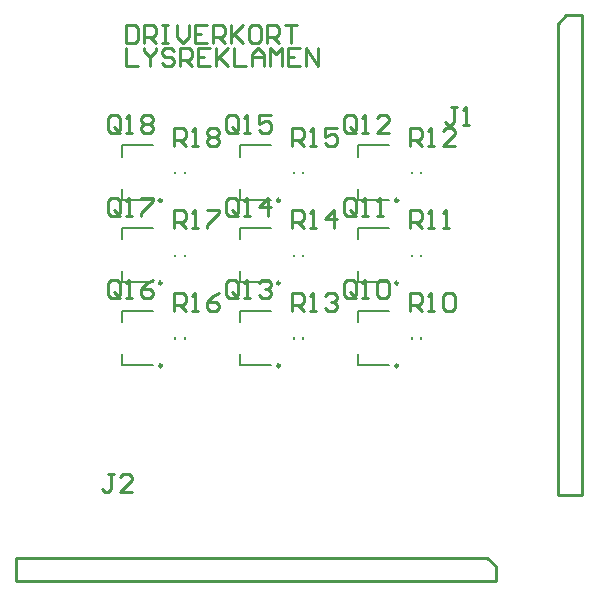
<source format=gto>
G04 Layer_Color=65535*
%FSLAX25Y25*%
%MOIN*%
G70*
G01*
G75*
%ADD13C,0.00787*%
%ADD22C,0.00984*%
%ADD23C,0.01000*%
D13*
X59055Y133661D02*
Y134055D01*
X55905Y133661D02*
Y134055D01*
X59055Y106102D02*
Y106496D01*
X55905Y106102D02*
Y106496D01*
X59055Y78543D02*
Y78937D01*
X55905Y78543D02*
Y78937D01*
X98425Y133661D02*
Y134055D01*
X95276Y133661D02*
Y134055D01*
X98425Y106102D02*
Y106496D01*
X95276Y106102D02*
Y106496D01*
X98425Y78543D02*
Y78937D01*
X95276Y78543D02*
Y78937D01*
X137795Y133661D02*
Y134055D01*
X134646Y133661D02*
Y134055D01*
X137795Y106102D02*
Y106496D01*
X134646Y106102D02*
Y106496D01*
X137795Y78543D02*
Y78937D01*
X134646Y78543D02*
Y78937D01*
X38100Y84055D02*
Y87795D01*
X48337D01*
X38100Y69685D02*
Y73425D01*
Y69685D02*
X48337D01*
X77470Y84055D02*
Y87795D01*
X87707D01*
X77470Y69685D02*
Y73425D01*
Y69685D02*
X87707D01*
X116841Y84055D02*
Y87795D01*
X127077D01*
X116841Y69685D02*
Y73425D01*
Y69685D02*
X127077D01*
X38100Y111614D02*
Y115354D01*
X48337D01*
X38100Y97244D02*
Y100984D01*
Y97244D02*
X48337D01*
X77470Y111614D02*
Y115354D01*
X87707D01*
X77470Y97244D02*
Y100984D01*
Y97244D02*
X87707D01*
X116841Y111614D02*
Y115354D01*
X127077D01*
X116841Y97244D02*
Y100984D01*
Y97244D02*
X127077D01*
X38100Y139173D02*
Y142913D01*
X48337D01*
X38100Y124803D02*
Y128543D01*
Y124803D02*
X48337D01*
X77470Y139173D02*
Y142913D01*
X87707D01*
X77470Y124803D02*
Y128543D01*
Y124803D02*
X87707D01*
X116841Y139173D02*
Y142913D01*
X127077D01*
X116841Y124803D02*
Y128543D01*
Y124803D02*
X127077D01*
D22*
X51388Y69488D02*
G03*
X51388Y69488I-492J0D01*
G01*
X90758D02*
G03*
X90758Y69488I-492J0D01*
G01*
X130128D02*
G03*
X130128Y69488I-492J0D01*
G01*
X51388Y97047D02*
G03*
X51388Y97047I-492J0D01*
G01*
X90758D02*
G03*
X90758Y97047I-492J0D01*
G01*
X130128D02*
G03*
X130128Y97047I-492J0D01*
G01*
X51388Y124606D02*
G03*
X51388Y124606I-492J0D01*
G01*
X90758D02*
G03*
X90758Y124606I-492J0D01*
G01*
X130128D02*
G03*
X130128Y124606I-492J0D01*
G01*
D23*
X2677Y5512D02*
X159921D01*
X162677Y2756D01*
Y-2362D02*
Y2756D01*
X2677Y-2362D02*
X162677D01*
X2677D02*
Y5512D01*
X183465Y26299D02*
Y183543D01*
X186221Y186299D01*
X191339D01*
Y26299D02*
Y186299D01*
X183465Y26299D02*
X191339D01*
X37423Y92913D02*
Y96911D01*
X36423Y97911D01*
X34424D01*
X33424Y96911D01*
Y92913D01*
X34424Y91913D01*
X36423D01*
X35424Y93912D02*
X37423Y91913D01*
X36423D02*
X37423Y92913D01*
X39422Y91913D02*
X41422D01*
X40422D01*
Y97911D01*
X39422Y96911D01*
X48419Y97911D02*
X46420Y96911D01*
X44421Y94912D01*
Y92913D01*
X45420Y91913D01*
X47420D01*
X48419Y92913D01*
Y93912D01*
X47420Y94912D01*
X44421D01*
X76734Y92913D02*
Y96911D01*
X75734Y97911D01*
X73735D01*
X72735Y96911D01*
Y92913D01*
X73735Y91913D01*
X75734D01*
X74735Y93912D02*
X76734Y91913D01*
X75734D02*
X76734Y92913D01*
X78733Y91913D02*
X80733D01*
X79733D01*
Y97911D01*
X78733Y96911D01*
X83732D02*
X84731Y97911D01*
X86731D01*
X87730Y96911D01*
Y95912D01*
X86731Y94912D01*
X85731D01*
X86731D01*
X87730Y93912D01*
Y92913D01*
X86731Y91913D01*
X84731D01*
X83732Y92913D01*
X116145D02*
Y96911D01*
X115145Y97911D01*
X113146D01*
X112146Y96911D01*
Y92913D01*
X113146Y91913D01*
X115145D01*
X114146Y93912D02*
X116145Y91913D01*
X115145D02*
X116145Y92913D01*
X118144Y91913D02*
X120144D01*
X119144D01*
Y97911D01*
X118144Y96911D01*
X123143D02*
X124143Y97911D01*
X126142D01*
X127141Y96911D01*
Y92913D01*
X126142Y91913D01*
X124143D01*
X123143Y92913D01*
Y96911D01*
X55450Y87713D02*
Y93711D01*
X58449D01*
X59448Y92711D01*
Y90712D01*
X58449Y89712D01*
X55450D01*
X57449D02*
X59448Y87713D01*
X61448D02*
X63447D01*
X62447D01*
Y93711D01*
X61448Y92711D01*
X70445Y93711D02*
X68445Y92711D01*
X66446Y90712D01*
Y88712D01*
X67446Y87713D01*
X69445D01*
X70445Y88712D01*
Y89712D01*
X69445Y90712D01*
X66446D01*
X94750Y87713D02*
Y93711D01*
X97749D01*
X98748Y92711D01*
Y90712D01*
X97749Y89712D01*
X94750D01*
X96749D02*
X98748Y87713D01*
X100748D02*
X102747D01*
X101747D01*
Y93711D01*
X100748Y92711D01*
X105746D02*
X106746Y93711D01*
X108745D01*
X109745Y92711D01*
Y91711D01*
X108745Y90712D01*
X107745D01*
X108745D01*
X109745Y89712D01*
Y88712D01*
X108745Y87713D01*
X106746D01*
X105746Y88712D01*
X134150Y87713D02*
Y93711D01*
X137149D01*
X138148Y92711D01*
Y90712D01*
X137149Y89712D01*
X134150D01*
X136149D02*
X138148Y87713D01*
X140148D02*
X142147D01*
X141147D01*
Y93711D01*
X140148Y92711D01*
X145146D02*
X146146Y93711D01*
X148145D01*
X149145Y92711D01*
Y88712D01*
X148145Y87713D01*
X146146D01*
X145146Y88712D01*
Y92711D01*
X37360Y120475D02*
Y124474D01*
X36360Y125474D01*
X34361D01*
X33361Y124474D01*
Y120475D01*
X34361Y119476D01*
X36360D01*
X35361Y121475D02*
X37360Y119476D01*
X36360D02*
X37360Y120475D01*
X39359Y119476D02*
X41359D01*
X40359D01*
Y125474D01*
X39359Y124474D01*
X44358Y125474D02*
X48356D01*
Y124474D01*
X44358Y120475D01*
Y119476D01*
X76771Y120475D02*
Y124474D01*
X75771Y125474D01*
X73772D01*
X72772Y124474D01*
Y120475D01*
X73772Y119476D01*
X75771D01*
X74771Y121475D02*
X76771Y119476D01*
X75771D02*
X76771Y120475D01*
X78770Y119476D02*
X80770D01*
X79770D01*
Y125474D01*
X78770Y124474D01*
X86768Y119476D02*
Y125474D01*
X83769Y122475D01*
X87767D01*
X116082Y120475D02*
Y124474D01*
X115082Y125474D01*
X113083D01*
X112083Y124474D01*
Y120475D01*
X113083Y119476D01*
X115082D01*
X114083Y121475D02*
X116082Y119476D01*
X115082D02*
X116082Y120475D01*
X118081Y119476D02*
X120081D01*
X119081D01*
Y125474D01*
X118081Y124474D01*
X123080Y119476D02*
X125079D01*
X124079D01*
Y125474D01*
X123080Y124474D01*
X55450Y115313D02*
Y121311D01*
X58449D01*
X59448Y120311D01*
Y118312D01*
X58449Y117312D01*
X55450D01*
X57449D02*
X59448Y115313D01*
X61448D02*
X63447D01*
X62447D01*
Y121311D01*
X61448Y120311D01*
X66446Y121311D02*
X70445D01*
Y120311D01*
X66446Y116312D01*
Y115313D01*
X94750D02*
Y121311D01*
X97749D01*
X98748Y120311D01*
Y118312D01*
X97749Y117312D01*
X94750D01*
X96749D02*
X98748Y115313D01*
X100748D02*
X102747D01*
X101747D01*
Y121311D01*
X100748Y120311D01*
X108745Y115313D02*
Y121311D01*
X105746Y118312D01*
X109745D01*
X134150Y115313D02*
Y121311D01*
X137149D01*
X138148Y120311D01*
Y118312D01*
X137149Y117312D01*
X134150D01*
X136149D02*
X138148Y115313D01*
X140148D02*
X142147D01*
X141147D01*
Y121311D01*
X140148Y120311D01*
X145146Y115313D02*
X147145D01*
X146146D01*
Y121311D01*
X145146Y120311D01*
X37423Y148002D02*
Y152000D01*
X36423Y153000D01*
X34424D01*
X33424Y152000D01*
Y148002D01*
X34424Y147002D01*
X36423D01*
X35423Y149001D02*
X37423Y147002D01*
X36423D02*
X37423Y148002D01*
X39422Y147002D02*
X41421D01*
X40422D01*
Y153000D01*
X39422Y152000D01*
X44420D02*
X45420Y153000D01*
X47420D01*
X48419Y152000D01*
Y151000D01*
X47420Y150001D01*
X48419Y149001D01*
Y148002D01*
X47420Y147002D01*
X45420D01*
X44420Y148002D01*
Y149001D01*
X45420Y150001D01*
X44420Y151000D01*
Y152000D01*
X45420Y150001D02*
X47420D01*
X76771Y148002D02*
Y152000D01*
X75771Y153000D01*
X73772D01*
X72772Y152000D01*
Y148002D01*
X73772Y147002D01*
X75771D01*
X74771Y149001D02*
X76771Y147002D01*
X75771D02*
X76771Y148002D01*
X78770Y147002D02*
X80769D01*
X79770D01*
Y153000D01*
X78770Y152000D01*
X87767Y153000D02*
X83768D01*
Y150001D01*
X85768Y151000D01*
X86768D01*
X87767Y150001D01*
Y148002D01*
X86768Y147002D01*
X84768D01*
X83768Y148002D01*
X116082D02*
Y152000D01*
X115082Y153000D01*
X113083D01*
X112083Y152000D01*
Y148002D01*
X113083Y147002D01*
X115082D01*
X114082Y149001D02*
X116082Y147002D01*
X115082D02*
X116082Y148002D01*
X118081Y147002D02*
X120080D01*
X119081D01*
Y153000D01*
X118081Y152000D01*
X127078Y147002D02*
X123079D01*
X127078Y151000D01*
Y152000D01*
X126078Y153000D01*
X124079D01*
X123079Y152000D01*
X55450Y142813D02*
Y148811D01*
X58449D01*
X59448Y147811D01*
Y145812D01*
X58449Y144812D01*
X55450D01*
X57449D02*
X59448Y142813D01*
X61448D02*
X63447D01*
X62447D01*
Y148811D01*
X61448Y147811D01*
X66446D02*
X67446Y148811D01*
X69445D01*
X70445Y147811D01*
Y146811D01*
X69445Y145812D01*
X70445Y144812D01*
Y143812D01*
X69445Y142813D01*
X67446D01*
X66446Y143812D01*
Y144812D01*
X67446Y145812D01*
X66446Y146811D01*
Y147811D01*
X67446Y145812D02*
X69445D01*
X94750Y142813D02*
Y148811D01*
X97749D01*
X98748Y147811D01*
Y145812D01*
X97749Y144812D01*
X94750D01*
X96749D02*
X98748Y142813D01*
X100748D02*
X102747D01*
X101747D01*
Y148811D01*
X100748Y147811D01*
X109745Y148811D02*
X105746D01*
Y145812D01*
X107745Y146811D01*
X108745D01*
X109745Y145812D01*
Y143812D01*
X108745Y142813D01*
X106746D01*
X105746Y143812D01*
X134150Y142813D02*
Y148811D01*
X137149D01*
X138148Y147811D01*
Y145812D01*
X137149Y144812D01*
X134150D01*
X136149D02*
X138148Y142813D01*
X140148D02*
X142147D01*
X141147D01*
Y148811D01*
X140148Y147811D01*
X149145Y142813D02*
X145146D01*
X149145Y146811D01*
Y147811D01*
X148145Y148811D01*
X146146D01*
X145146Y147811D01*
X35495Y33557D02*
X33495D01*
X34495D01*
Y28559D01*
X33495Y27559D01*
X32496D01*
X31496Y28559D01*
X41493Y27559D02*
X37494D01*
X41493Y31558D01*
Y32557D01*
X40493Y33557D01*
X38494D01*
X37494Y32557D01*
X149668Y155604D02*
X147669D01*
X148668D01*
Y150606D01*
X147669Y149606D01*
X146669D01*
X145669Y150606D01*
X151667Y149606D02*
X153667D01*
X152667D01*
Y155604D01*
X151667Y154605D01*
X39370Y175289D02*
Y169291D01*
X43369D01*
X45368Y175289D02*
Y174290D01*
X47368Y172290D01*
X49367Y174290D01*
Y175289D01*
X47368Y172290D02*
Y169291D01*
X55365Y174290D02*
X54365Y175289D01*
X52366D01*
X51366Y174290D01*
Y173290D01*
X52366Y172290D01*
X54365D01*
X55365Y171291D01*
Y170291D01*
X54365Y169291D01*
X52366D01*
X51366Y170291D01*
X57364Y169291D02*
Y175289D01*
X60363D01*
X61363Y174290D01*
Y172290D01*
X60363Y171291D01*
X57364D01*
X59364D02*
X61363Y169291D01*
X67361Y175289D02*
X63362D01*
Y169291D01*
X67361D01*
X63362Y172290D02*
X65362D01*
X69360Y175289D02*
Y169291D01*
Y171291D01*
X73359Y175289D01*
X70360Y172290D01*
X73359Y169291D01*
X75358Y175289D02*
Y169291D01*
X79357D01*
X81357D02*
Y173290D01*
X83356Y175289D01*
X85355Y173290D01*
Y169291D01*
Y172290D01*
X81357D01*
X87355Y169291D02*
Y175289D01*
X89354Y173290D01*
X91353Y175289D01*
Y169291D01*
X97351Y175289D02*
X93353D01*
Y169291D01*
X97351D01*
X93353Y172290D02*
X95352D01*
X99351Y169291D02*
Y175289D01*
X103349Y169291D01*
Y175289D01*
X39370Y183163D02*
Y177165D01*
X42369D01*
X43369Y178165D01*
Y182164D01*
X42369Y183163D01*
X39370D01*
X45368Y177165D02*
Y183163D01*
X48367D01*
X49367Y182164D01*
Y180164D01*
X48367Y179165D01*
X45368D01*
X47368D02*
X49367Y177165D01*
X51366Y183163D02*
X53365D01*
X52366D01*
Y177165D01*
X51366D01*
X53365D01*
X56365Y183163D02*
Y179165D01*
X58364Y177165D01*
X60363Y179165D01*
Y183163D01*
X66361D02*
X62363D01*
Y177165D01*
X66361D01*
X62363Y180164D02*
X64362D01*
X68361Y177165D02*
Y183163D01*
X71360D01*
X72359Y182164D01*
Y180164D01*
X71360Y179165D01*
X68361D01*
X70360D02*
X72359Y177165D01*
X74359Y183163D02*
Y177165D01*
Y179165D01*
X78357Y183163D01*
X75358Y180164D01*
X78357Y177165D01*
X83356Y183163D02*
X81357D01*
X80357Y182164D01*
Y178165D01*
X81357Y177165D01*
X83356D01*
X84355Y178165D01*
Y182164D01*
X83356Y183163D01*
X86355Y177165D02*
Y183163D01*
X89354D01*
X90354Y182164D01*
Y180164D01*
X89354Y179165D01*
X86355D01*
X88354D02*
X90354Y177165D01*
X92353Y183163D02*
X96352D01*
X94352D01*
Y177165D01*
M02*

</source>
